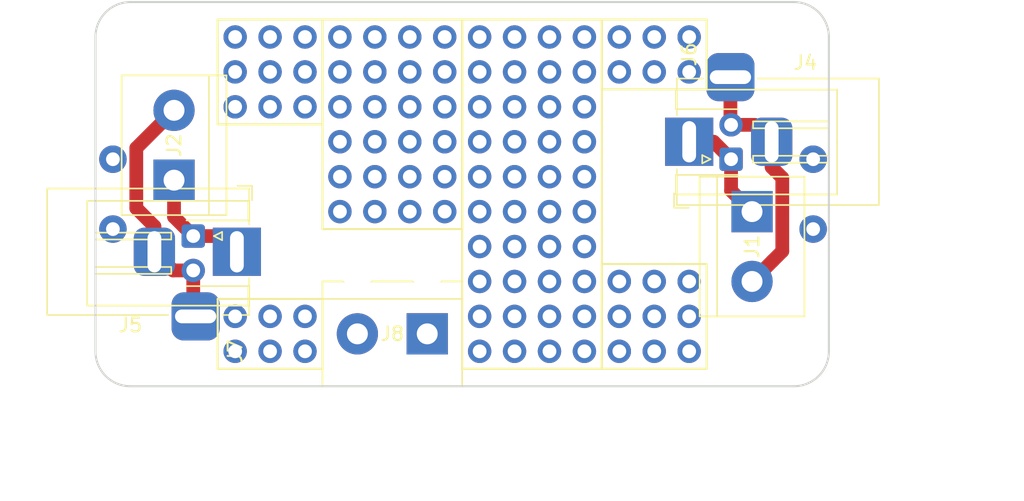
<source format=kicad_pcb>
(kicad_pcb (version 20171130) (host pcbnew 5.0.1)

  (general
    (thickness 1.6)
    (drawings 10)
    (tracks 29)
    (zones 0)
    (modules 23)
    (nets 7)
  )

  (page A4)
  (layers
    (0 F.Cu signal)
    (31 B.Cu signal)
    (32 B.Adhes user)
    (33 F.Adhes user)
    (34 B.Paste user)
    (35 F.Paste user)
    (36 B.SilkS user)
    (37 F.SilkS user)
    (38 B.Mask user)
    (39 F.Mask user)
    (40 Dwgs.User user)
    (41 Cmts.User user)
    (42 Eco1.User user)
    (43 Eco2.User user)
    (44 Edge.Cuts user)
    (45 Margin user)
    (46 B.CrtYd user)
    (47 F.CrtYd user)
    (48 B.Fab user)
    (49 F.Fab user)
  )

  (setup
    (last_trace_width 1)
    (trace_clearance 0.2)
    (zone_clearance 0.508)
    (zone_45_only no)
    (trace_min 0.2)
    (segment_width 0.2)
    (edge_width 0.15)
    (via_size 0.8)
    (via_drill 0.4)
    (via_min_size 0.4)
    (via_min_drill 0.3)
    (uvia_size 0.3)
    (uvia_drill 0.1)
    (uvias_allowed no)
    (uvia_min_size 0.2)
    (uvia_min_drill 0.1)
    (pcb_text_width 0.3)
    (pcb_text_size 1.5 1.5)
    (mod_edge_width 0.15)
    (mod_text_size 1 1)
    (mod_text_width 0.15)
    (pad_size 1.7 1.7)
    (pad_drill 1)
    (pad_to_mask_clearance 0.051)
    (solder_mask_min_width 0.25)
    (aux_axis_origin 0 0)
    (visible_elements FFFFFF7F)
    (pcbplotparams
      (layerselection 0x010f0_ffffffff)
      (usegerberextensions true)
      (usegerberattributes false)
      (usegerberadvancedattributes false)
      (creategerberjobfile false)
      (excludeedgelayer true)
      (linewidth 0.100000)
      (plotframeref false)
      (viasonmask false)
      (mode 1)
      (useauxorigin false)
      (hpglpennumber 1)
      (hpglpenspeed 20)
      (hpglpendiameter 15.000000)
      (psnegative false)
      (psa4output false)
      (plotreference true)
      (plotvalue true)
      (plotinvisibletext false)
      (padsonsilk false)
      (subtractmaskfromsilk true)
      (outputformat 1)
      (mirror false)
      (drillshape 0)
      (scaleselection 1)
      (outputdirectory ""))
  )

  (net 0 "")
  (net 1 "Net-(J1-Pad1)")
  (net 2 "Net-(J2-Pad1)")
  (net 3 "Net-(J1-Pad2)")
  (net 4 "Net-(J2-Pad2)")
  (net 5 "Net-(J8-Pad1)")
  (net 6 "Net-(J8-Pad2)")

  (net_class Default "これはデフォルトのネット クラスです。"
    (clearance 0.2)
    (trace_width 1)
    (via_dia 0.8)
    (via_drill 0.4)
    (uvia_dia 0.3)
    (uvia_drill 0.1)
    (add_net "Net-(J1-Pad1)")
    (add_net "Net-(J1-Pad2)")
    (add_net "Net-(J2-Pad1)")
    (add_net "Net-(J2-Pad2)")
    (add_net "Net-(J8-Pad1)")
    (add_net "Net-(J8-Pad2)")
  )

  (module lib:Prototype_Area_2.54mm_02x03 (layer F.Cu) (tedit 5C7FBD92) (tstamp 5C7FDD8B)
    (at 179.07 88.9 90)
    (descr "Prototype Area 09x10")
    (tags "Prototype Area 9x10 2.54mm")
    (fp_text reference J1 (at -3.81 -2.54 90) (layer F.SilkS) hide
      (effects (font (size 1 1) (thickness 0.15)))
    )
    (fp_text value 02x03 (at -2.54 7.62 90) (layer F.Fab)
      (effects (font (size 1 1) (thickness 0.15)))
    )
    (fp_line (start -3.81 -1.27) (end 1.27 -1.27) (layer F.SilkS) (width 0.15))
    (fp_line (start 1.27 -1.27) (end 1.27 6.35) (layer F.SilkS) (width 0.15))
    (fp_line (start 1.27 6.35) (end -3.81 6.35) (layer F.SilkS) (width 0.15))
    (fp_line (start -3.81 6.35) (end -3.81 -1.27) (layer F.SilkS) (width 0.15))
    (pad 6 thru_hole oval (at -2.54 5.08 90) (size 1.7 1.7) (drill 1) (layers *.Cu *.Mask))
    (pad 5 thru_hole oval (at 0 5.08 90) (size 1.7 1.7) (drill 1) (layers *.Cu *.Mask))
    (pad 4 thru_hole oval (at -2.54 2.54 90) (size 1.7 1.7) (drill 1) (layers *.Cu *.Mask))
    (pad 3 thru_hole oval (at 0 2.54 90) (size 1.7 1.7) (drill 1) (layers *.Cu *.Mask))
    (pad 2 thru_hole oval (at -2.54 0 90) (size 1.7 1.7) (drill 1) (layers *.Cu *.Mask))
    (pad 1 thru_hole circle (at 0 0 90) (size 1.7 1.7) (drill 1) (layers *.Cu *.Mask))
  )

  (module lib:Prototype_Area_2.54mm_04x06 (layer F.Cu) (tedit 5C7EEEBA) (tstamp 5C7C917E)
    (at 166.37 88.9)
    (descr "Prototype Area 09x10")
    (tags "Prototype Area 9x10 2.54mm")
    (fp_text reference J1 (at -3.81 -2.54) (layer F.SilkS) hide
      (effects (font (size 1 1) (thickness 0.15)))
    )
    (fp_text value 04x07 (at -6.35 17.78) (layer F.Fab)
      (effects (font (size 1 1) (thickness 0.15)))
    )
    (fp_line (start -8.89 13.97) (end -8.89 -1.27) (layer F.SilkS) (width 0.15))
    (fp_line (start 1.27 13.97) (end -8.89 13.97) (layer F.SilkS) (width 0.15))
    (fp_line (start 1.27 -1.27) (end 1.27 13.97) (layer F.SilkS) (width 0.15))
    (fp_line (start -8.89 -1.27) (end 1.27 -1.27) (layer F.SilkS) (width 0.15))
    (pad 1 thru_hole circle (at 0 0) (size 1.7 1.7) (drill 1) (layers *.Cu *.Mask))
    (pad 2 thru_hole oval (at -2.54 0) (size 1.7 1.7) (drill 1) (layers *.Cu *.Mask))
    (pad 7 thru_hole oval (at 0 2.54) (size 1.7 1.7) (drill 1) (layers *.Cu *.Mask))
    (pad 8 thru_hole oval (at -2.54 2.54) (size 1.7 1.7) (drill 1) (layers *.Cu *.Mask))
    (pad 13 thru_hole oval (at 0 5.08) (size 1.7 1.7) (drill 1) (layers *.Cu *.Mask))
    (pad 14 thru_hole oval (at -2.54 5.08) (size 1.7 1.7) (drill 1) (layers *.Cu *.Mask))
    (pad 19 thru_hole oval (at 0 7.62) (size 1.7 1.7) (drill 1) (layers *.Cu *.Mask))
    (pad 20 thru_hole oval (at -2.54 7.62) (size 1.7 1.7) (drill 1) (layers *.Cu *.Mask))
    (pad 25 thru_hole oval (at 0 10.16) (size 1.7 1.7) (drill 1) (layers *.Cu *.Mask))
    (pad 26 thru_hole oval (at -2.54 10.16) (size 1.7 1.7) (drill 1) (layers *.Cu *.Mask))
    (pad 31 thru_hole oval (at 0 12.7) (size 1.7 1.7) (drill 1) (layers *.Cu *.Mask))
    (pad 32 thru_hole oval (at -2.54 12.7) (size 1.7 1.7) (drill 1) (layers *.Cu *.Mask))
    (pad 3 thru_hole oval (at -5.08 0) (size 1.7 1.7) (drill 1) (layers *.Cu *.Mask))
    (pad 4 thru_hole oval (at -7.62 0) (size 1.7 1.7) (drill 1) (layers *.Cu *.Mask))
    (pad 9 thru_hole oval (at -5.08 2.54) (size 1.7 1.7) (drill 1) (layers *.Cu *.Mask))
    (pad 10 thru_hole oval (at -7.62 2.54) (size 1.7 1.7) (drill 1) (layers *.Cu *.Mask))
    (pad 15 thru_hole oval (at -5.08 5.08) (size 1.7 1.7) (drill 1) (layers *.Cu *.Mask))
    (pad 16 thru_hole oval (at -7.62 5.08) (size 1.7 1.7) (drill 1) (layers *.Cu *.Mask))
    (pad 21 thru_hole oval (at -5.08 7.62) (size 1.7 1.7) (drill 1) (layers *.Cu *.Mask))
    (pad 22 thru_hole oval (at -7.62 7.62) (size 1.7 1.7) (drill 1) (layers *.Cu *.Mask))
    (pad 27 thru_hole oval (at -5.08 10.16) (size 1.7 1.7) (drill 1) (layers *.Cu *.Mask))
    (pad 28 thru_hole oval (at -7.62 10.16) (size 1.7 1.7) (drill 1) (layers *.Cu *.Mask))
    (pad 33 thru_hole oval (at -5.08 12.7) (size 1.7 1.7) (drill 1) (layers *.Cu *.Mask))
    (pad 34 thru_hole oval (at -7.62 12.7) (size 1.7 1.7) (drill 1) (layers *.Cu *.Mask))
  )

  (module lib:Prototype_Area_2.54mm_04x10 (layer F.Cu) (tedit 5C7EEE79) (tstamp 5C843F8D)
    (at 176.53 88.9)
    (descr "Prototype Area 09x10")
    (tags "Prototype Area 9x10 2.54mm")
    (fp_text reference J1 (at -3.81 -2.54) (layer F.SilkS) hide
      (effects (font (size 1 1) (thickness 0.15)))
    )
    (fp_text value 04x07 (at -3.81 25.4) (layer F.Fab)
      (effects (font (size 1 1) (thickness 0.15)))
    )
    (fp_line (start -8.89 -1.27) (end 1.27 -1.27) (layer F.SilkS) (width 0.15))
    (fp_line (start 1.27 -1.27) (end 1.27 24.13) (layer F.SilkS) (width 0.15))
    (fp_line (start 1.27 24.13) (end -8.89 24.13) (layer F.SilkS) (width 0.15))
    (fp_line (start -8.89 24.13) (end -8.89 -1.27) (layer F.SilkS) (width 0.15))
    (pad 38 thru_hole oval (at -2.54 22.86) (size 1.7 1.7) (drill 1) (layers *.Cu *.Mask))
    (pad 37 thru_hole oval (at 0 22.86) (size 1.7 1.7) (drill 1) (layers *.Cu *.Mask))
    (pad 33 thru_hole oval (at 0 20.32) (size 1.7 1.7) (drill 1) (layers *.Cu *.Mask))
    (pad 29 thru_hole oval (at 0 17.78) (size 1.7 1.7) (drill 1) (layers *.Cu *.Mask))
    (pad 34 thru_hole oval (at -2.54 20.32) (size 1.7 1.7) (drill 1) (layers *.Cu *.Mask))
    (pad 30 thru_hole oval (at -2.54 17.78) (size 1.7 1.7) (drill 1) (layers *.Cu *.Mask))
    (pad 40 thru_hole oval (at -7.62 22.86) (size 1.7 1.7) (drill 1) (layers *.Cu *.Mask))
    (pad 39 thru_hole oval (at -5.08 22.86) (size 1.7 1.7) (drill 1) (layers *.Cu *.Mask))
    (pad 36 thru_hole oval (at -7.62 20.32) (size 1.7 1.7) (drill 1) (layers *.Cu *.Mask))
    (pad 35 thru_hole oval (at -5.08 20.32) (size 1.7 1.7) (drill 1) (layers *.Cu *.Mask))
    (pad 32 thru_hole oval (at -7.62 17.78) (size 1.7 1.7) (drill 1) (layers *.Cu *.Mask))
    (pad 31 thru_hole oval (at -5.08 17.78) (size 1.7 1.7) (drill 1) (layers *.Cu *.Mask))
    (pad 28 thru_hole oval (at -7.62 15.24) (size 1.7 1.7) (drill 1) (layers *.Cu *.Mask))
    (pad 27 thru_hole oval (at -5.08 15.24) (size 1.7 1.7) (drill 1) (layers *.Cu *.Mask))
    (pad 24 thru_hole oval (at -7.62 12.7) (size 1.7 1.7) (drill 1) (layers *.Cu *.Mask))
    (pad 23 thru_hole oval (at -5.08 12.7) (size 1.7 1.7) (drill 1) (layers *.Cu *.Mask))
    (pad 20 thru_hole oval (at -7.62 10.16) (size 1.7 1.7) (drill 1) (layers *.Cu *.Mask))
    (pad 19 thru_hole oval (at -5.08 10.16) (size 1.7 1.7) (drill 1) (layers *.Cu *.Mask))
    (pad 16 thru_hole oval (at -7.62 7.62) (size 1.7 1.7) (drill 1) (layers *.Cu *.Mask))
    (pad 15 thru_hole oval (at -5.08 7.62) (size 1.7 1.7) (drill 1) (layers *.Cu *.Mask))
    (pad 12 thru_hole oval (at -7.62 5.08) (size 1.7 1.7) (drill 1) (layers *.Cu *.Mask))
    (pad 11 thru_hole oval (at -5.08 5.08) (size 1.7 1.7) (drill 1) (layers *.Cu *.Mask))
    (pad 8 thru_hole oval (at -7.62 2.54) (size 1.7 1.7) (drill 1) (layers *.Cu *.Mask))
    (pad 7 thru_hole oval (at -5.08 2.54) (size 1.7 1.7) (drill 1) (layers *.Cu *.Mask))
    (pad 4 thru_hole oval (at -7.62 0) (size 1.7 1.7) (drill 1) (layers *.Cu *.Mask))
    (pad 3 thru_hole oval (at -5.08 0) (size 1.7 1.7) (drill 1) (layers *.Cu *.Mask))
    (pad 26 thru_hole oval (at -2.54 15.24) (size 1.7 1.7) (drill 1) (layers *.Cu *.Mask))
    (pad 25 thru_hole oval (at 0 15.24) (size 1.7 1.7) (drill 1) (layers *.Cu *.Mask))
    (pad 22 thru_hole oval (at -2.54 12.7) (size 1.7 1.7) (drill 1) (layers *.Cu *.Mask))
    (pad 21 thru_hole oval (at 0 12.7) (size 1.7 1.7) (drill 1) (layers *.Cu *.Mask))
    (pad 18 thru_hole oval (at -2.54 10.16) (size 1.7 1.7) (drill 1) (layers *.Cu *.Mask))
    (pad 17 thru_hole oval (at 0 10.16) (size 1.7 1.7) (drill 1) (layers *.Cu *.Mask))
    (pad 14 thru_hole oval (at -2.54 7.62) (size 1.7 1.7) (drill 1) (layers *.Cu *.Mask))
    (pad 13 thru_hole oval (at 0 7.62) (size 1.7 1.7) (drill 1) (layers *.Cu *.Mask))
    (pad 10 thru_hole oval (at -2.54 5.08) (size 1.7 1.7) (drill 1) (layers *.Cu *.Mask))
    (pad 9 thru_hole oval (at 0 5.08) (size 1.7 1.7) (drill 1) (layers *.Cu *.Mask))
    (pad 6 thru_hole oval (at -2.54 2.54) (size 1.7 1.7) (drill 1) (layers *.Cu *.Mask))
    (pad 5 thru_hole oval (at 0 2.54) (size 1.7 1.7) (drill 1) (layers *.Cu *.Mask))
    (pad 2 thru_hole oval (at -2.54 0) (size 1.7 1.7) (drill 1) (layers *.Cu *.Mask))
    (pad 1 thru_hole circle (at 0 0) (size 1.7 1.7) (drill 1) (layers *.Cu *.Mask))
  )

  (module MountingHole:MountingHole_3.2mm_M3 (layer F.Cu) (tedit 5C7C7E3D) (tstamp 5C7E5FBD)
    (at 160.02 105.41)
    (descr "Mounting Hole 3.2mm, no annular, M3")
    (tags "mounting hole 3.2mm no annular m3")
    (attr virtual)
    (fp_text reference REF** (at 0 -4.2) (layer F.SilkS) hide
      (effects (font (size 1 1) (thickness 0.15)))
    )
    (fp_text value MountingHole_3.2mm_M3 (at 0 4.2) (layer F.Fab)
      (effects (font (size 1 1) (thickness 0.15)))
    )
    (fp_circle (center 0 0) (end 3.45 0) (layer F.CrtYd) (width 0.05))
    (fp_circle (center 0 0) (end 3.2 0) (layer Cmts.User) (width 0.15))
    (fp_text user %R (at 0.3 0) (layer F.Fab)
      (effects (font (size 1 1) (thickness 0.15)))
    )
    (pad 1 np_thru_hole circle (at 0 0) (size 3.2 3.2) (drill 3.2) (layers *.Cu *.Mask))
  )

  (module MountingHole:MountingHole_3.2mm_M3 (layer F.Cu) (tedit 5C7C7E39) (tstamp 5C7E5FB6)
    (at 165.1 105.41)
    (descr "Mounting Hole 3.2mm, no annular, M3")
    (tags "mounting hole 3.2mm no annular m3")
    (attr virtual)
    (fp_text reference REF** (at 0 -4.2) (layer F.SilkS) hide
      (effects (font (size 1 1) (thickness 0.15)))
    )
    (fp_text value MountingHole_3.2mm_M3 (at 0 4.2) (layer F.Fab)
      (effects (font (size 1 1) (thickness 0.15)))
    )
    (fp_text user %R (at 0.3 0) (layer F.Fab)
      (effects (font (size 1 1) (thickness 0.15)))
    )
    (fp_circle (center 0 0) (end 3.2 0) (layer Cmts.User) (width 0.15))
    (fp_circle (center 0 0) (end 3.45 0) (layer F.CrtYd) (width 0.05))
    (pad 1 np_thru_hole circle (at 0 0) (size 3.2 3.2) (drill 3.2) (layers *.Cu *.Mask))
  )

  (module MountingHole:MountingHole_3.2mm_M3 (layer F.Cu) (tedit 5C7C7E3D) (tstamp 5C7C80E1)
    (at 180.467 102.87)
    (descr "Mounting Hole 3.2mm, no annular, M3")
    (tags "mounting hole 3.2mm no annular m3")
    (attr virtual)
    (fp_text reference REF** (at 0 -4.2) (layer F.SilkS) hide
      (effects (font (size 1 1) (thickness 0.15)))
    )
    (fp_text value MountingHole_3.2mm_M3 (at 0 4.2) (layer F.Fab)
      (effects (font (size 1 1) (thickness 0.15)))
    )
    (fp_circle (center 0 0) (end 3.45 0) (layer F.CrtYd) (width 0.05))
    (fp_circle (center 0 0) (end 3.2 0) (layer Cmts.User) (width 0.15))
    (fp_text user %R (at 0.3 0) (layer F.Fab)
      (effects (font (size 1 1) (thickness 0.15)))
    )
    (pad 1 np_thru_hole circle (at 0 0) (size 3.2 3.2) (drill 3.2) (layers *.Cu *.Mask))
  )

  (module MountingHole:MountingHole_3.2mm_M3 (layer F.Cu) (tedit 5C7C7E39) (tstamp 5C7C80DA)
    (at 180.467 97.79)
    (descr "Mounting Hole 3.2mm, no annular, M3")
    (tags "mounting hole 3.2mm no annular m3")
    (attr virtual)
    (fp_text reference REF** (at 0 -4.2) (layer F.SilkS) hide
      (effects (font (size 1 1) (thickness 0.15)))
    )
    (fp_text value MountingHole_3.2mm_M3 (at 0 4.2) (layer F.Fab)
      (effects (font (size 1 1) (thickness 0.15)))
    )
    (fp_text user %R (at 0.3 0) (layer F.Fab)
      (effects (font (size 1 1) (thickness 0.15)))
    )
    (fp_circle (center 0 0) (end 3.2 0) (layer Cmts.User) (width 0.15))
    (fp_circle (center 0 0) (end 3.45 0) (layer F.CrtYd) (width 0.05))
    (pad 1 np_thru_hole circle (at 0 0) (size 3.2 3.2) (drill 3.2) (layers *.Cu *.Mask))
  )

  (module MountingHole:MountingHole_3.2mm_M3 (layer F.Cu) (tedit 5C7C7E3D) (tstamp 5C7CA35A)
    (at 154.94 102.87)
    (descr "Mounting Hole 3.2mm, no annular, M3")
    (tags "mounting hole 3.2mm no annular m3")
    (attr virtual)
    (fp_text reference REF** (at 0 -4.2) (layer F.SilkS) hide
      (effects (font (size 1 1) (thickness 0.15)))
    )
    (fp_text value MountingHole_3.2mm_M3 (at 0 4.2) (layer F.Fab)
      (effects (font (size 1 1) (thickness 0.15)))
    )
    (fp_text user %R (at 0.3 0) (layer F.Fab)
      (effects (font (size 1 1) (thickness 0.15)))
    )
    (fp_circle (center 0 0) (end 3.2 0) (layer Cmts.User) (width 0.15))
    (fp_circle (center 0 0) (end 3.45 0) (layer F.CrtYd) (width 0.05))
    (pad 1 np_thru_hole circle (at 0 0) (size 3.2 3.2) (drill 3.2) (layers *.Cu *.Mask))
  )

  (module MountingHole:MountingHole_2.2mm_M2 (layer F.Cu) (tedit 5C411E1B) (tstamp 5C4120EA)
    (at 191.77 88.9)
    (descr "Mounting Hole 2.2mm, no annular, M2")
    (tags "mounting hole 2.2mm no annular m2")
    (attr virtual)
    (fp_text reference REF** (at 0 -3.2) (layer F.SilkS) hide
      (effects (font (size 1 1) (thickness 0.15)))
    )
    (fp_text value MountingHole_2.2mm_M2 (at 0 3.2) (layer F.Fab)
      (effects (font (size 1 1) (thickness 0.15)))
    )
    (fp_circle (center 0 0) (end 2.45 0) (layer F.CrtYd) (width 0.05))
    (fp_circle (center 0 0) (end 2.2 0) (layer Cmts.User) (width 0.15))
    (fp_text user %R (at 0.3 0) (layer F.Fab)
      (effects (font (size 1 1) (thickness 0.15)))
    )
    (pad 1 np_thru_hole circle (at 0 0) (size 2.2 2.2) (drill 2.2) (layers *.Cu *.Mask))
  )

  (module MountingHole:MountingHole_2.2mm_M2 (layer F.Cu) (tedit 5C411E20) (tstamp 5C4120FD)
    (at 191.897 111.76)
    (descr "Mounting Hole 2.2mm, no annular, M2")
    (tags "mounting hole 2.2mm no annular m2")
    (attr virtual)
    (fp_text reference REF** (at 0 -3.2) (layer F.SilkS) hide
      (effects (font (size 1 1) (thickness 0.15)))
    )
    (fp_text value MountingHole_2.2mm_M2 (at 0 3.2) (layer F.Fab)
      (effects (font (size 1 1) (thickness 0.15)))
    )
    (fp_circle (center 0 0) (end 2.45 0) (layer F.CrtYd) (width 0.05))
    (fp_circle (center 0 0) (end 2.2 0) (layer Cmts.User) (width 0.15))
    (fp_text user %R (at 0.3 0) (layer F.Fab)
      (effects (font (size 1 1) (thickness 0.15)))
    )
    (pad 1 np_thru_hole circle (at 0 0) (size 2.2 2.2) (drill 2.2) (layers *.Cu *.Mask))
  )

  (module MountingHole:MountingHole_2.2mm_M2 (layer F.Cu) (tedit 5C411E2C) (tstamp 5C412114)
    (at 143.51 88.9)
    (descr "Mounting Hole 2.2mm, no annular, M2")
    (tags "mounting hole 2.2mm no annular m2")
    (attr virtual)
    (fp_text reference REF** (at 0 -3.2) (layer F.SilkS) hide
      (effects (font (size 1 1) (thickness 0.15)))
    )
    (fp_text value MountingHole_2.2mm_M2 (at 0 3.2) (layer F.Fab)
      (effects (font (size 1 1) (thickness 0.15)))
    )
    (fp_circle (center 0 0) (end 2.45 0) (layer F.CrtYd) (width 0.05))
    (fp_circle (center 0 0) (end 2.2 0) (layer Cmts.User) (width 0.15))
    (fp_text user %R (at 0.635 -1.27) (layer F.Fab)
      (effects (font (size 1 1) (thickness 0.15)))
    )
    (pad 1 np_thru_hole circle (at 0 0) (size 2.2 2.2) (drill 2.2) (layers *.Cu *.Mask))
  )

  (module MountingHole:MountingHole_2.2mm_M2 (layer F.Cu) (tedit 5C411E32) (tstamp 5C41212F)
    (at 143.51 111.76)
    (descr "Mounting Hole 2.2mm, no annular, M2")
    (tags "mounting hole 2.2mm no annular m2")
    (attr virtual)
    (fp_text reference REF** (at 0 -3.2) (layer F.SilkS) hide
      (effects (font (size 1 1) (thickness 0.15)))
    )
    (fp_text value MountingHole_2.2mm_M2 (at 0 3.2) (layer F.Fab)
      (effects (font (size 1 1) (thickness 0.15)))
    )
    (fp_circle (center 0 0) (end 2.45 0) (layer F.CrtYd) (width 0.05))
    (fp_circle (center 0 0) (end 2.2 0) (layer Cmts.User) (width 0.15))
    (fp_text user %R (at 0.3 0) (layer F.Fab)
      (effects (font (size 1 1) (thickness 0.15)))
    )
    (pad 1 np_thru_hole circle (at 0 0) (size 2.2 2.2) (drill 2.2) (layers *.Cu *.Mask))
  )

  (module TerminalBlock:TerminalBlock_bornier-2_P5.08mm (layer F.Cu) (tedit 59FF03AB) (tstamp 5C41E9C4)
    (at 188.722 101.6 270)
    (descr "simple 2-pin terminal block, pitch 5.08mm, revamped version of bornier2")
    (tags "terminal block bornier2")
    (path /5C4124B5)
    (fp_text reference J1 (at 2.54 0 270) (layer F.SilkS)
      (effects (font (size 1 1) (thickness 0.15)))
    )
    (fp_text value Conn_01x02 (at 2.54 5.08 270) (layer F.Fab)
      (effects (font (size 1 1) (thickness 0.15)))
    )
    (fp_text user %R (at 2.54 0 270) (layer F.Fab)
      (effects (font (size 1 1) (thickness 0.15)))
    )
    (fp_line (start -2.41 2.55) (end 7.49 2.55) (layer F.Fab) (width 0.1))
    (fp_line (start -2.46 -3.75) (end -2.46 3.75) (layer F.Fab) (width 0.1))
    (fp_line (start -2.46 3.75) (end 7.54 3.75) (layer F.Fab) (width 0.1))
    (fp_line (start 7.54 3.75) (end 7.54 -3.75) (layer F.Fab) (width 0.1))
    (fp_line (start 7.54 -3.75) (end -2.46 -3.75) (layer F.Fab) (width 0.1))
    (fp_line (start 7.62 2.54) (end -2.54 2.54) (layer F.SilkS) (width 0.12))
    (fp_line (start 7.62 3.81) (end 7.62 -3.81) (layer F.SilkS) (width 0.12))
    (fp_line (start 7.62 -3.81) (end -2.54 -3.81) (layer F.SilkS) (width 0.12))
    (fp_line (start -2.54 -3.81) (end -2.54 3.81) (layer F.SilkS) (width 0.12))
    (fp_line (start -2.54 3.81) (end 7.62 3.81) (layer F.SilkS) (width 0.12))
    (fp_line (start -2.71 -4) (end 7.79 -4) (layer F.CrtYd) (width 0.05))
    (fp_line (start -2.71 -4) (end -2.71 4) (layer F.CrtYd) (width 0.05))
    (fp_line (start 7.79 4) (end 7.79 -4) (layer F.CrtYd) (width 0.05))
    (fp_line (start 7.79 4) (end -2.71 4) (layer F.CrtYd) (width 0.05))
    (pad 1 thru_hole rect (at 0 0 270) (size 3 3) (drill 1.52) (layers *.Cu *.Mask)
      (net 1 "Net-(J1-Pad1)"))
    (pad 2 thru_hole circle (at 5.08 0 270) (size 3 3) (drill 1.52) (layers *.Cu *.Mask)
      (net 3 "Net-(J1-Pad2)"))
    (model ${KISYS3DMOD}/TerminalBlock.3dshapes/TerminalBlock_bornier-2_P5.08mm.wrl
      (offset (xyz 2.539999961853027 0 0))
      (scale (xyz 1 1 1))
      (rotate (xyz 0 0 0))
    )
  )

  (module TerminalBlock:TerminalBlock_bornier-2_P5.08mm (layer F.Cu) (tedit 59FF03AB) (tstamp 5C41E9D9)
    (at 146.685 99.314 90)
    (descr "simple 2-pin terminal block, pitch 5.08mm, revamped version of bornier2")
    (tags "terminal block bornier2")
    (path /5C4124D6)
    (fp_text reference J2 (at 2.54 0 90) (layer F.SilkS)
      (effects (font (size 1 1) (thickness 0.15)))
    )
    (fp_text value Conn_01x02 (at 2.54 5.08 90) (layer F.Fab)
      (effects (font (size 1 1) (thickness 0.15)))
    )
    (fp_line (start 7.79 4) (end -2.71 4) (layer F.CrtYd) (width 0.05))
    (fp_line (start 7.79 4) (end 7.79 -4) (layer F.CrtYd) (width 0.05))
    (fp_line (start -2.71 -4) (end -2.71 4) (layer F.CrtYd) (width 0.05))
    (fp_line (start -2.71 -4) (end 7.79 -4) (layer F.CrtYd) (width 0.05))
    (fp_line (start -2.54 3.81) (end 7.62 3.81) (layer F.SilkS) (width 0.12))
    (fp_line (start -2.54 -3.81) (end -2.54 3.81) (layer F.SilkS) (width 0.12))
    (fp_line (start 7.62 -3.81) (end -2.54 -3.81) (layer F.SilkS) (width 0.12))
    (fp_line (start 7.62 3.81) (end 7.62 -3.81) (layer F.SilkS) (width 0.12))
    (fp_line (start 7.62 2.54) (end -2.54 2.54) (layer F.SilkS) (width 0.12))
    (fp_line (start 7.54 -3.75) (end -2.46 -3.75) (layer F.Fab) (width 0.1))
    (fp_line (start 7.54 3.75) (end 7.54 -3.75) (layer F.Fab) (width 0.1))
    (fp_line (start -2.46 3.75) (end 7.54 3.75) (layer F.Fab) (width 0.1))
    (fp_line (start -2.46 -3.75) (end -2.46 3.75) (layer F.Fab) (width 0.1))
    (fp_line (start -2.41 2.55) (end 7.49 2.55) (layer F.Fab) (width 0.1))
    (fp_text user %R (at 2.54 0 90) (layer F.Fab)
      (effects (font (size 1 1) (thickness 0.15)))
    )
    (pad 2 thru_hole circle (at 5.08 0 90) (size 3 3) (drill 1.52) (layers *.Cu *.Mask)
      (net 4 "Net-(J2-Pad2)"))
    (pad 1 thru_hole rect (at 0 0 90) (size 3 3) (drill 1.52) (layers *.Cu *.Mask)
      (net 2 "Net-(J2-Pad1)"))
    (model ${KISYS3DMOD}/TerminalBlock.3dshapes/TerminalBlock_bornier-2_P5.08mm.wrl
      (offset (xyz 2.539999961853027 0 0))
      (scale (xyz 1 1 1))
      (rotate (xyz 0 0 0))
    )
  )

  (module Connector_BarrelJack:BarrelJack_Horizontal (layer F.Cu) (tedit 5A1DBF6A) (tstamp 5C7E53BF)
    (at 184.15 96.52 180)
    (descr "DC Barrel Jack")
    (tags "Power Jack")
    (path /5C7C72F0)
    (fp_text reference J4 (at -8.45 5.75 180) (layer F.SilkS)
      (effects (font (size 1 1) (thickness 0.15)))
    )
    (fp_text value Barrel_Jack_Switch (at -6.2 -5.5 180) (layer F.Fab)
      (effects (font (size 1 1) (thickness 0.15)))
    )
    (fp_text user %R (at -3 -2.95 180) (layer F.Fab)
      (effects (font (size 1 1) (thickness 0.15)))
    )
    (fp_line (start -0.003213 -4.505425) (end 0.8 -3.75) (layer F.Fab) (width 0.1))
    (fp_line (start 1.1 -3.75) (end 1.1 -4.8) (layer F.SilkS) (width 0.12))
    (fp_line (start 0.05 -4.8) (end 1.1 -4.8) (layer F.SilkS) (width 0.12))
    (fp_line (start 1 -4.5) (end 1 -4.75) (layer F.CrtYd) (width 0.05))
    (fp_line (start 1 -4.75) (end -14 -4.75) (layer F.CrtYd) (width 0.05))
    (fp_line (start 1 -4.5) (end 1 -2) (layer F.CrtYd) (width 0.05))
    (fp_line (start 1 -2) (end 2 -2) (layer F.CrtYd) (width 0.05))
    (fp_line (start 2 -2) (end 2 2) (layer F.CrtYd) (width 0.05))
    (fp_line (start 2 2) (end 1 2) (layer F.CrtYd) (width 0.05))
    (fp_line (start 1 2) (end 1 4.75) (layer F.CrtYd) (width 0.05))
    (fp_line (start 1 4.75) (end -1 4.75) (layer F.CrtYd) (width 0.05))
    (fp_line (start -1 4.75) (end -1 6.75) (layer F.CrtYd) (width 0.05))
    (fp_line (start -1 6.75) (end -5 6.75) (layer F.CrtYd) (width 0.05))
    (fp_line (start -5 6.75) (end -5 4.75) (layer F.CrtYd) (width 0.05))
    (fp_line (start -5 4.75) (end -14 4.75) (layer F.CrtYd) (width 0.05))
    (fp_line (start -14 4.75) (end -14 -4.75) (layer F.CrtYd) (width 0.05))
    (fp_line (start -5 4.6) (end -13.8 4.6) (layer F.SilkS) (width 0.12))
    (fp_line (start -13.8 4.6) (end -13.8 -4.6) (layer F.SilkS) (width 0.12))
    (fp_line (start 0.9 1.9) (end 0.9 4.6) (layer F.SilkS) (width 0.12))
    (fp_line (start 0.9 4.6) (end -1 4.6) (layer F.SilkS) (width 0.12))
    (fp_line (start -13.8 -4.6) (end 0.9 -4.6) (layer F.SilkS) (width 0.12))
    (fp_line (start 0.9 -4.6) (end 0.9 -2) (layer F.SilkS) (width 0.12))
    (fp_line (start -10.2 -4.5) (end -10.2 4.5) (layer F.Fab) (width 0.1))
    (fp_line (start -13.7 -4.5) (end -13.7 4.5) (layer F.Fab) (width 0.1))
    (fp_line (start -13.7 4.5) (end 0.8 4.5) (layer F.Fab) (width 0.1))
    (fp_line (start 0.8 4.5) (end 0.8 -3.75) (layer F.Fab) (width 0.1))
    (fp_line (start 0 -4.5) (end -13.7 -4.5) (layer F.Fab) (width 0.1))
    (pad 1 thru_hole rect (at 0 0 180) (size 3.5 3.5) (drill oval 1 3) (layers *.Cu *.Mask)
      (net 1 "Net-(J1-Pad1)"))
    (pad 2 thru_hole roundrect (at -6 0 180) (size 3 3.5) (drill oval 1 3) (layers *.Cu *.Mask) (roundrect_rratio 0.25)
      (net 3 "Net-(J1-Pad2)"))
    (pad 3 thru_hole roundrect (at -3 4.7 180) (size 3.5 3.5) (drill oval 3 1) (layers *.Cu *.Mask) (roundrect_rratio 0.25)
      (net 3 "Net-(J1-Pad2)"))
    (model ${KISYS3DMOD}/Connector_BarrelJack.3dshapes/BarrelJack_Horizontal.wrl
      (at (xyz 0 0 0))
      (scale (xyz 1 1 1))
      (rotate (xyz 0 0 0))
    )
  )

  (module Connector_BarrelJack:BarrelJack_Horizontal (layer F.Cu) (tedit 5A1DBF6A) (tstamp 5C7E53E2)
    (at 151.257 104.521)
    (descr "DC Barrel Jack")
    (tags "Power Jack")
    (path /5C7C7334)
    (fp_text reference J5 (at -7.747 5.334) (layer F.SilkS)
      (effects (font (size 1 1) (thickness 0.15)))
    )
    (fp_text value Barrel_Jack_Switch (at -6.2 -5.5) (layer F.Fab)
      (effects (font (size 1 1) (thickness 0.15)))
    )
    (fp_line (start 0 -4.5) (end -13.7 -4.5) (layer F.Fab) (width 0.1))
    (fp_line (start 0.8 4.5) (end 0.8 -3.75) (layer F.Fab) (width 0.1))
    (fp_line (start -13.7 4.5) (end 0.8 4.5) (layer F.Fab) (width 0.1))
    (fp_line (start -13.7 -4.5) (end -13.7 4.5) (layer F.Fab) (width 0.1))
    (fp_line (start -10.2 -4.5) (end -10.2 4.5) (layer F.Fab) (width 0.1))
    (fp_line (start 0.9 -4.6) (end 0.9 -2) (layer F.SilkS) (width 0.12))
    (fp_line (start -13.8 -4.6) (end 0.9 -4.6) (layer F.SilkS) (width 0.12))
    (fp_line (start 0.9 4.6) (end -1 4.6) (layer F.SilkS) (width 0.12))
    (fp_line (start 0.9 1.9) (end 0.9 4.6) (layer F.SilkS) (width 0.12))
    (fp_line (start -13.8 4.6) (end -13.8 -4.6) (layer F.SilkS) (width 0.12))
    (fp_line (start -5 4.6) (end -13.8 4.6) (layer F.SilkS) (width 0.12))
    (fp_line (start -14 4.75) (end -14 -4.75) (layer F.CrtYd) (width 0.05))
    (fp_line (start -5 4.75) (end -14 4.75) (layer F.CrtYd) (width 0.05))
    (fp_line (start -5 6.75) (end -5 4.75) (layer F.CrtYd) (width 0.05))
    (fp_line (start -1 6.75) (end -5 6.75) (layer F.CrtYd) (width 0.05))
    (fp_line (start -1 4.75) (end -1 6.75) (layer F.CrtYd) (width 0.05))
    (fp_line (start 1 4.75) (end -1 4.75) (layer F.CrtYd) (width 0.05))
    (fp_line (start 1 2) (end 1 4.75) (layer F.CrtYd) (width 0.05))
    (fp_line (start 2 2) (end 1 2) (layer F.CrtYd) (width 0.05))
    (fp_line (start 2 -2) (end 2 2) (layer F.CrtYd) (width 0.05))
    (fp_line (start 1 -2) (end 2 -2) (layer F.CrtYd) (width 0.05))
    (fp_line (start 1 -4.5) (end 1 -2) (layer F.CrtYd) (width 0.05))
    (fp_line (start 1 -4.75) (end -14 -4.75) (layer F.CrtYd) (width 0.05))
    (fp_line (start 1 -4.5) (end 1 -4.75) (layer F.CrtYd) (width 0.05))
    (fp_line (start 0.05 -4.8) (end 1.1 -4.8) (layer F.SilkS) (width 0.12))
    (fp_line (start 1.1 -3.75) (end 1.1 -4.8) (layer F.SilkS) (width 0.12))
    (fp_line (start -0.003213 -4.505425) (end 0.8 -3.75) (layer F.Fab) (width 0.1))
    (fp_text user %R (at -3 -2.95) (layer F.Fab)
      (effects (font (size 1 1) (thickness 0.15)))
    )
    (pad 3 thru_hole roundrect (at -3 4.7) (size 3.5 3.5) (drill oval 3 1) (layers *.Cu *.Mask) (roundrect_rratio 0.25)
      (net 4 "Net-(J2-Pad2)"))
    (pad 2 thru_hole roundrect (at -6 0) (size 3 3.5) (drill oval 1 3) (layers *.Cu *.Mask) (roundrect_rratio 0.25)
      (net 4 "Net-(J2-Pad2)"))
    (pad 1 thru_hole rect (at 0 0) (size 3.5 3.5) (drill oval 1 3) (layers *.Cu *.Mask)
      (net 2 "Net-(J2-Pad1)"))
    (model ${KISYS3DMOD}/Connector_BarrelJack.3dshapes/BarrelJack_Horizontal.wrl
      (at (xyz 0 0 0))
      (scale (xyz 1 1 1))
      (rotate (xyz 0 0 0))
    )
  )

  (module Connector_JST:JST_XH_S02B-XH-A-1_1x02_P2.50mm_Horizontal (layer F.Cu) (tedit 5C7C76DB) (tstamp 5C7E540C)
    (at 187.198 97.79 90)
    (descr "JST XH series connector, S02B-XH-A-1 (http://www.jst-mfg.com/product/pdf/eng/eXH.pdf), generated with kicad-footprint-generator")
    (tags "connector JST XH top entry")
    (path /5C7C73F5)
    (fp_text reference J6 (at 7.62 -3.048 90) (layer F.SilkS)
      (effects (font (size 1 1) (thickness 0.15)))
    )
    (fp_text value Conn_01x02 (at 1.25 8.8 90) (layer F.Fab)
      (effects (font (size 1 1) (thickness 0.15)))
    )
    (fp_line (start -2.95 -4.4) (end -2.95 8.1) (layer F.CrtYd) (width 0.05))
    (fp_line (start -2.95 8.1) (end 5.45 8.1) (layer F.CrtYd) (width 0.05))
    (fp_line (start 5.45 8.1) (end 5.45 -4.4) (layer F.CrtYd) (width 0.05))
    (fp_line (start 5.45 -4.4) (end -2.95 -4.4) (layer F.CrtYd) (width 0.05))
    (fp_line (start 1.25 7.71) (end -2.56 7.71) (layer F.SilkS) (width 0.12))
    (fp_line (start -2.56 7.71) (end -2.56 -4.01) (layer F.SilkS) (width 0.12))
    (fp_line (start -2.56 -4.01) (end -1.14 -4.01) (layer F.SilkS) (width 0.12))
    (fp_line (start -1.14 -4.01) (end -1.14 0.49) (layer F.SilkS) (width 0.12))
    (fp_line (start 1.25 7.71) (end 5.06 7.71) (layer F.SilkS) (width 0.12))
    (fp_line (start 5.06 7.71) (end 5.06 -4.01) (layer F.SilkS) (width 0.12))
    (fp_line (start 5.06 -4.01) (end 3.64 -4.01) (layer F.SilkS) (width 0.12))
    (fp_line (start 3.64 -4.01) (end 3.64 0.49) (layer F.SilkS) (width 0.12))
    (fp_line (start 1.25 7.6) (end -2.45 7.6) (layer F.Fab) (width 0.1))
    (fp_line (start -2.45 7.6) (end -2.45 -3.9) (layer F.Fab) (width 0.1))
    (fp_line (start -2.45 -3.9) (end -1.25 -3.9) (layer F.Fab) (width 0.1))
    (fp_line (start -1.25 -3.9) (end -1.25 0.6) (layer F.Fab) (width 0.1))
    (fp_line (start -1.25 0.6) (end 1.25 0.6) (layer F.Fab) (width 0.1))
    (fp_line (start 1.25 7.6) (end 4.95 7.6) (layer F.Fab) (width 0.1))
    (fp_line (start 4.95 7.6) (end 4.95 -3.9) (layer F.Fab) (width 0.1))
    (fp_line (start 4.95 -3.9) (end 3.75 -3.9) (layer F.Fab) (width 0.1))
    (fp_line (start 3.75 -3.9) (end 3.75 0.6) (layer F.Fab) (width 0.1))
    (fp_line (start 3.75 0.6) (end 1.25 0.6) (layer F.Fab) (width 0.1))
    (fp_line (start -0.25 1.6) (end -0.25 7.1) (layer F.SilkS) (width 0.12))
    (fp_line (start -0.25 7.1) (end 0.25 7.1) (layer F.SilkS) (width 0.12))
    (fp_line (start 0.25 7.1) (end 0.25 1.6) (layer F.SilkS) (width 0.12))
    (fp_line (start 0.25 1.6) (end -0.25 1.6) (layer F.SilkS) (width 0.12))
    (fp_line (start 2.25 1.6) (end 2.25 7.1) (layer F.SilkS) (width 0.12))
    (fp_line (start 2.25 7.1) (end 2.75 7.1) (layer F.SilkS) (width 0.12))
    (fp_line (start 2.75 7.1) (end 2.75 1.6) (layer F.SilkS) (width 0.12))
    (fp_line (start 2.75 1.6) (end 2.25 1.6) (layer F.SilkS) (width 0.12))
    (fp_line (start 0 -1.5) (end -0.3 -2.1) (layer F.SilkS) (width 0.12))
    (fp_line (start -0.3 -2.1) (end 0.3 -2.1) (layer F.SilkS) (width 0.12))
    (fp_line (start 0.3 -2.1) (end 0 -1.5) (layer F.SilkS) (width 0.12))
    (fp_line (start -0.625 0.6) (end 0 -0.4) (layer F.Fab) (width 0.1))
    (fp_line (start 0 -0.4) (end 0.625 0.6) (layer F.Fab) (width 0.1))
    (fp_text user %R (at 1.25 1.85 90) (layer F.Fab)
      (effects (font (size 1 1) (thickness 0.15)))
    )
    (pad 1 thru_hole roundrect (at 0 0 90) (size 1.7 1.7) (drill 1) (layers *.Cu *.Mask) (roundrect_rratio 0.147)
      (net 1 "Net-(J1-Pad1)"))
    (pad 2 thru_hole circle (at 2.5 0 90) (size 1.7 1.7) (drill 1) (layers *.Cu *.Mask)
      (net 3 "Net-(J1-Pad2)"))
    (model ${KISYS3DMOD}/Connector_JST.3dshapes/JST_XH_S02B-XH-A-1_1x02_P2.50mm_Horizontal.wrl
      (at (xyz 0 0 0))
      (scale (xyz 1 1 1))
      (rotate (xyz 0 0 0))
    )
  )

  (module Connector_JST:JST_XH_S02B-XH-A-1_1x02_P2.50mm_Horizontal (layer F.Cu) (tedit 5C7C76CB) (tstamp 5C7E5436)
    (at 148.082 103.378 270)
    (descr "JST XH series connector, S02B-XH-A-1 (http://www.jst-mfg.com/product/pdf/eng/eXH.pdf), generated with kicad-footprint-generator")
    (tags "connector JST XH top entry")
    (path /5C7C73FB)
    (fp_text reference J7 (at 8.382 -3.048 270) (layer F.SilkS)
      (effects (font (size 1 1) (thickness 0.15)))
    )
    (fp_text value Conn_01x02 (at 1.25 8.8 270) (layer F.Fab)
      (effects (font (size 1 1) (thickness 0.15)))
    )
    (fp_text user %R (at 1.25 1.85 270) (layer F.Fab)
      (effects (font (size 1 1) (thickness 0.15)))
    )
    (fp_line (start 0 -0.4) (end 0.625 0.6) (layer F.Fab) (width 0.1))
    (fp_line (start -0.625 0.6) (end 0 -0.4) (layer F.Fab) (width 0.1))
    (fp_line (start 0.3 -2.1) (end 0 -1.5) (layer F.SilkS) (width 0.12))
    (fp_line (start -0.3 -2.1) (end 0.3 -2.1) (layer F.SilkS) (width 0.12))
    (fp_line (start 0 -1.5) (end -0.3 -2.1) (layer F.SilkS) (width 0.12))
    (fp_line (start 2.75 1.6) (end 2.25 1.6) (layer F.SilkS) (width 0.12))
    (fp_line (start 2.75 7.1) (end 2.75 1.6) (layer F.SilkS) (width 0.12))
    (fp_line (start 2.25 7.1) (end 2.75 7.1) (layer F.SilkS) (width 0.12))
    (fp_line (start 2.25 1.6) (end 2.25 7.1) (layer F.SilkS) (width 0.12))
    (fp_line (start 0.25 1.6) (end -0.25 1.6) (layer F.SilkS) (width 0.12))
    (fp_line (start 0.25 7.1) (end 0.25 1.6) (layer F.SilkS) (width 0.12))
    (fp_line (start -0.25 7.1) (end 0.25 7.1) (layer F.SilkS) (width 0.12))
    (fp_line (start -0.25 1.6) (end -0.25 7.1) (layer F.SilkS) (width 0.12))
    (fp_line (start 3.75 0.6) (end 1.25 0.6) (layer F.Fab) (width 0.1))
    (fp_line (start 3.75 -3.9) (end 3.75 0.6) (layer F.Fab) (width 0.1))
    (fp_line (start 4.95 -3.9) (end 3.75 -3.9) (layer F.Fab) (width 0.1))
    (fp_line (start 4.95 7.6) (end 4.95 -3.9) (layer F.Fab) (width 0.1))
    (fp_line (start 1.25 7.6) (end 4.95 7.6) (layer F.Fab) (width 0.1))
    (fp_line (start -1.25 0.6) (end 1.25 0.6) (layer F.Fab) (width 0.1))
    (fp_line (start -1.25 -3.9) (end -1.25 0.6) (layer F.Fab) (width 0.1))
    (fp_line (start -2.45 -3.9) (end -1.25 -3.9) (layer F.Fab) (width 0.1))
    (fp_line (start -2.45 7.6) (end -2.45 -3.9) (layer F.Fab) (width 0.1))
    (fp_line (start 1.25 7.6) (end -2.45 7.6) (layer F.Fab) (width 0.1))
    (fp_line (start 3.64 -4.01) (end 3.64 0.49) (layer F.SilkS) (width 0.12))
    (fp_line (start 5.06 -4.01) (end 3.64 -4.01) (layer F.SilkS) (width 0.12))
    (fp_line (start 5.06 7.71) (end 5.06 -4.01) (layer F.SilkS) (width 0.12))
    (fp_line (start 1.25 7.71) (end 5.06 7.71) (layer F.SilkS) (width 0.12))
    (fp_line (start -1.14 -4.01) (end -1.14 0.49) (layer F.SilkS) (width 0.12))
    (fp_line (start -2.56 -4.01) (end -1.14 -4.01) (layer F.SilkS) (width 0.12))
    (fp_line (start -2.56 7.71) (end -2.56 -4.01) (layer F.SilkS) (width 0.12))
    (fp_line (start 1.25 7.71) (end -2.56 7.71) (layer F.SilkS) (width 0.12))
    (fp_line (start 5.45 -4.4) (end -2.95 -4.4) (layer F.CrtYd) (width 0.05))
    (fp_line (start 5.45 8.1) (end 5.45 -4.4) (layer F.CrtYd) (width 0.05))
    (fp_line (start -2.95 8.1) (end 5.45 8.1) (layer F.CrtYd) (width 0.05))
    (fp_line (start -2.95 -4.4) (end -2.95 8.1) (layer F.CrtYd) (width 0.05))
    (pad 2 thru_hole circle (at 2.5 0 270) (size 1.7 1.7) (drill 1) (layers *.Cu *.Mask)
      (net 4 "Net-(J2-Pad2)"))
    (pad 1 thru_hole roundrect (at 0 0 270) (size 1.7 1.7) (drill 1) (layers *.Cu *.Mask) (roundrect_rratio 0.147)
      (net 2 "Net-(J2-Pad1)"))
    (model ${KISYS3DMOD}/Connector_JST.3dshapes/JST_XH_S02B-XH-A-1_1x02_P2.50mm_Horizontal.wrl
      (at (xyz 0 0 0))
      (scale (xyz 1 1 1))
      (rotate (xyz 0 0 0))
    )
  )

  (module MountingHole:MountingHole_3.2mm_M3 (layer F.Cu) (tedit 5C7C7E39) (tstamp 5C7CA2AD)
    (at 154.94 97.79)
    (descr "Mounting Hole 3.2mm, no annular, M3")
    (tags "mounting hole 3.2mm no annular m3")
    (attr virtual)
    (fp_text reference REF** (at 0 -4.2) (layer F.SilkS) hide
      (effects (font (size 1 1) (thickness 0.15)))
    )
    (fp_text value MountingHole_3.2mm_M3 (at 0 4.2) (layer F.Fab)
      (effects (font (size 1 1) (thickness 0.15)))
    )
    (fp_circle (center 0 0) (end 3.45 0) (layer F.CrtYd) (width 0.05))
    (fp_circle (center 0 0) (end 3.2 0) (layer Cmts.User) (width 0.15))
    (fp_text user %R (at 0.3 0) (layer F.Fab)
      (effects (font (size 1 1) (thickness 0.15)))
    )
    (pad 1 np_thru_hole circle (at 0 0) (size 3.2 3.2) (drill 3.2) (layers *.Cu *.Mask))
  )

  (module TerminalBlock:TerminalBlock_bornier-2_P5.08mm (layer F.Cu) (tedit 59FF03AB) (tstamp 5C7E5B2A)
    (at 165.1 110.49 180)
    (descr "simple 2-pin terminal block, pitch 5.08mm, revamped version of bornier2")
    (tags "terminal block bornier2")
    (path /5C7C851F)
    (fp_text reference J8 (at 2.54 0 180) (layer F.SilkS)
      (effects (font (size 1 1) (thickness 0.15)))
    )
    (fp_text value Conn_01x02 (at 2.54 5.08 180) (layer F.Fab)
      (effects (font (size 1 1) (thickness 0.15)))
    )
    (fp_text user %R (at 2.54 0 180) (layer F.Fab)
      (effects (font (size 1 1) (thickness 0.15)))
    )
    (fp_line (start -2.41 2.55) (end 7.49 2.55) (layer F.Fab) (width 0.1))
    (fp_line (start -2.46 -3.75) (end -2.46 3.75) (layer F.Fab) (width 0.1))
    (fp_line (start -2.46 3.75) (end 7.54 3.75) (layer F.Fab) (width 0.1))
    (fp_line (start 7.54 3.75) (end 7.54 -3.75) (layer F.Fab) (width 0.1))
    (fp_line (start 7.54 -3.75) (end -2.46 -3.75) (layer F.Fab) (width 0.1))
    (fp_line (start 7.62 2.54) (end -2.54 2.54) (layer F.SilkS) (width 0.12))
    (fp_line (start 7.62 3.81) (end 7.62 -3.81) (layer F.SilkS) (width 0.12))
    (fp_line (start 7.62 -3.81) (end -2.54 -3.81) (layer F.SilkS) (width 0.12))
    (fp_line (start -2.54 -3.81) (end -2.54 3.81) (layer F.SilkS) (width 0.12))
    (fp_line (start -2.54 3.81) (end 7.62 3.81) (layer F.SilkS) (width 0.12))
    (fp_line (start -2.71 -4) (end 7.79 -4) (layer F.CrtYd) (width 0.05))
    (fp_line (start -2.71 -4) (end -2.71 4) (layer F.CrtYd) (width 0.05))
    (fp_line (start 7.79 4) (end 7.79 -4) (layer F.CrtYd) (width 0.05))
    (fp_line (start 7.79 4) (end -2.71 4) (layer F.CrtYd) (width 0.05))
    (pad 1 thru_hole rect (at 0 0 180) (size 3 3) (drill 1.52) (layers *.Cu *.Mask)
      (net 5 "Net-(J8-Pad1)"))
    (pad 2 thru_hole circle (at 5.08 0 180) (size 3 3) (drill 1.52) (layers *.Cu *.Mask)
      (net 6 "Net-(J8-Pad2)"))
    (model ${KISYS3DMOD}/TerminalBlock.3dshapes/TerminalBlock_bornier-2_P5.08mm.wrl
      (offset (xyz 2.539999961853027 0 0))
      (scale (xyz 1 1 1))
      (rotate (xyz 0 0 0))
    )
  )

  (module lib:Prototype_Area_2.54mm_03x03 (layer F.Cu) (tedit 5C7FBD18) (tstamp 5C7FC73C)
    (at 184.15 106.68)
    (descr "Prototype Area 09x10")
    (tags "Prototype Area 9x10 2.54mm")
    (fp_text reference J1 (at -3.81 -2.54) (layer F.SilkS) hide
      (effects (font (size 1 1) (thickness 0.15)))
    )
    (fp_text value 03x03 (at -2.54 7.62) (layer F.Fab)
      (effects (font (size 1 1) (thickness 0.15)))
    )
    (fp_line (start -6.35 6.35) (end -6.35 -1.27) (layer F.SilkS) (width 0.15))
    (fp_line (start 1.27 6.35) (end -6.35 6.35) (layer F.SilkS) (width 0.15))
    (fp_line (start 1.27 -1.27) (end 1.27 6.35) (layer F.SilkS) (width 0.15))
    (fp_line (start -6.35 -1.27) (end 1.27 -1.27) (layer F.SilkS) (width 0.15))
    (pad 1 thru_hole circle (at 0 0) (size 1.7 1.7) (drill 1) (layers *.Cu *.Mask))
    (pad 2 thru_hole oval (at -2.54 0) (size 1.7 1.7) (drill 1) (layers *.Cu *.Mask))
    (pad 5 thru_hole oval (at 0 2.54) (size 1.7 1.7) (drill 1) (layers *.Cu *.Mask))
    (pad 6 thru_hole oval (at -2.54 2.54) (size 1.7 1.7) (drill 1) (layers *.Cu *.Mask))
    (pad 9 thru_hole oval (at 0 5.08) (size 1.7 1.7) (drill 1) (layers *.Cu *.Mask))
    (pad 10 thru_hole oval (at -2.54 5.08) (size 1.7 1.7) (drill 1) (layers *.Cu *.Mask))
    (pad 3 thru_hole oval (at -5.08 0) (size 1.7 1.7) (drill 1) (layers *.Cu *.Mask))
    (pad 7 thru_hole oval (at -5.08 2.54) (size 1.7 1.7) (drill 1) (layers *.Cu *.Mask))
    (pad 11 thru_hole oval (at -5.08 5.08) (size 1.7 1.7) (drill 1) (layers *.Cu *.Mask))
  )

  (module lib:Prototype_Area_2.54mm_03x03 (layer F.Cu) (tedit 5C7FBD18) (tstamp 5C7FC75D)
    (at 156.21 88.9)
    (descr "Prototype Area 09x10")
    (tags "Prototype Area 9x10 2.54mm")
    (fp_text reference J1 (at -3.81 -2.54) (layer F.SilkS) hide
      (effects (font (size 1 1) (thickness 0.15)))
    )
    (fp_text value 03x03 (at -2.54 7.62) (layer F.Fab)
      (effects (font (size 1 1) (thickness 0.15)))
    )
    (fp_line (start -6.35 6.35) (end -6.35 -1.27) (layer F.SilkS) (width 0.15))
    (fp_line (start 1.27 6.35) (end -6.35 6.35) (layer F.SilkS) (width 0.15))
    (fp_line (start 1.27 -1.27) (end 1.27 6.35) (layer F.SilkS) (width 0.15))
    (fp_line (start -6.35 -1.27) (end 1.27 -1.27) (layer F.SilkS) (width 0.15))
    (pad 1 thru_hole circle (at 0 0) (size 1.7 1.7) (drill 1) (layers *.Cu *.Mask))
    (pad 2 thru_hole oval (at -2.54 0) (size 1.7 1.7) (drill 1) (layers *.Cu *.Mask))
    (pad 5 thru_hole oval (at 0 2.54) (size 1.7 1.7) (drill 1) (layers *.Cu *.Mask))
    (pad 6 thru_hole oval (at -2.54 2.54) (size 1.7 1.7) (drill 1) (layers *.Cu *.Mask))
    (pad 9 thru_hole oval (at 0 5.08) (size 1.7 1.7) (drill 1) (layers *.Cu *.Mask))
    (pad 10 thru_hole oval (at -2.54 5.08) (size 1.7 1.7) (drill 1) (layers *.Cu *.Mask))
    (pad 3 thru_hole oval (at -5.08 0) (size 1.7 1.7) (drill 1) (layers *.Cu *.Mask))
    (pad 7 thru_hole oval (at -5.08 2.54) (size 1.7 1.7) (drill 1) (layers *.Cu *.Mask))
    (pad 11 thru_hole oval (at -5.08 5.08) (size 1.7 1.7) (drill 1) (layers *.Cu *.Mask))
  )

  (module lib:Prototype_Area_2.54mm_02x03 (layer F.Cu) (tedit 5C7FBD92) (tstamp 5C7FD6AE)
    (at 151.13 109.22 90)
    (descr "Prototype Area 09x10")
    (tags "Prototype Area 9x10 2.54mm")
    (fp_text reference J1 (at -3.81 -2.54 90) (layer F.SilkS) hide
      (effects (font (size 1 1) (thickness 0.15)))
    )
    (fp_text value 02x03 (at -2.54 7.62 90) (layer F.Fab)
      (effects (font (size 1 1) (thickness 0.15)))
    )
    (fp_line (start -3.81 6.35) (end -3.81 -1.27) (layer F.SilkS) (width 0.15))
    (fp_line (start 1.27 6.35) (end -3.81 6.35) (layer F.SilkS) (width 0.15))
    (fp_line (start 1.27 -1.27) (end 1.27 6.35) (layer F.SilkS) (width 0.15))
    (fp_line (start -3.81 -1.27) (end 1.27 -1.27) (layer F.SilkS) (width 0.15))
    (pad 1 thru_hole circle (at 0 0 90) (size 1.7 1.7) (drill 1) (layers *.Cu *.Mask))
    (pad 2 thru_hole oval (at -2.54 0 90) (size 1.7 1.7) (drill 1) (layers *.Cu *.Mask))
    (pad 3 thru_hole oval (at 0 2.54 90) (size 1.7 1.7) (drill 1) (layers *.Cu *.Mask))
    (pad 4 thru_hole oval (at -2.54 2.54 90) (size 1.7 1.7) (drill 1) (layers *.Cu *.Mask))
    (pad 5 thru_hole oval (at 0 5.08 90) (size 1.7 1.7) (drill 1) (layers *.Cu *.Mask))
    (pad 6 thru_hole oval (at -2.54 5.08 90) (size 1.7 1.7) (drill 1) (layers *.Cu *.Mask))
  )

  (gr_arc (start 143.51 111.76) (end 140.97 111.76) (angle -90) (layer Edge.Cuts) (width 0.15))
  (gr_arc (start 143.51 88.9) (end 143.51 86.36) (angle -90) (layer Edge.Cuts) (width 0.15))
  (gr_arc (start 191.77 111.76) (end 191.77 114.3) (angle -90) (layer Edge.Cuts) (width 0.15))
  (gr_arc (start 191.77 88.9) (end 194.31 88.9) (angle -90) (layer Edge.Cuts) (width 0.15))
  (dimension 27.94 (width 0.3) (layer Cmts.User)
    (gr_text "27.940 mm" (at 206.57 100.33 270) (layer Cmts.User)
      (effects (font (size 1.5 1.5) (thickness 0.3)))
    )
    (feature1 (pts (xy 201.93 114.3) (xy 205.056421 114.3)))
    (feature2 (pts (xy 201.93 86.36) (xy 205.056421 86.36)))
    (crossbar (pts (xy 204.47 86.36) (xy 204.47 114.3)))
    (arrow1a (pts (xy 204.47 114.3) (xy 203.883579 113.173496)))
    (arrow1b (pts (xy 204.47 114.3) (xy 205.056421 113.173496)))
    (arrow2a (pts (xy 204.47 86.36) (xy 203.883579 87.486504)))
    (arrow2b (pts (xy 204.47 86.36) (xy 205.056421 87.486504)))
  )
  (dimension 53.34 (width 0.3) (layer Cmts.User)
    (gr_text "53.340 mm" (at 167.64 124.02) (layer Cmts.User)
      (effects (font (size 1.5 1.5) (thickness 0.3)))
    )
    (feature1 (pts (xy 194.31 119.38) (xy 194.31 122.506421)))
    (feature2 (pts (xy 140.97 119.38) (xy 140.97 122.506421)))
    (crossbar (pts (xy 140.97 121.92) (xy 194.31 121.92)))
    (arrow1a (pts (xy 194.31 121.92) (xy 193.183496 122.506421)))
    (arrow1b (pts (xy 194.31 121.92) (xy 193.183496 121.333579)))
    (arrow2a (pts (xy 140.97 121.92) (xy 142.096504 122.506421)))
    (arrow2b (pts (xy 140.97 121.92) (xy 142.096504 121.333579)))
  )
  (gr_line (start 140.97 111.76) (end 140.97 88.9) (layer Edge.Cuts) (width 0.15))
  (gr_line (start 191.77 114.3) (end 143.51 114.3) (layer Edge.Cuts) (width 0.15))
  (gr_line (start 194.31 88.9) (end 194.31 111.76) (layer Edge.Cuts) (width 0.15))
  (gr_line (start 143.51 86.36) (end 191.77 86.36) (layer Edge.Cuts) (width 0.15))

  (via (at 193.167 97.79) (size 2) (drill 1) (layers F.Cu B.Cu) (net 0))
  (via (at 193.167 102.87) (size 2) (drill 1) (layers F.Cu B.Cu) (net 0))
  (via (at 142.24 97.79) (size 2) (drill 1) (layers F.Cu B.Cu) (net 0) (tstamp 5C41EB2C))
  (via (at 142.24 102.87) (size 2) (drill 1) (layers F.Cu B.Cu) (net 0) (tstamp 5C41EBF2))
  (segment (start 185.928 96.52) (end 187.198 97.79) (width 1) (layer F.Cu) (net 1))
  (segment (start 184.15 96.52) (end 185.928 96.52) (width 1) (layer F.Cu) (net 1))
  (segment (start 187.198 100.076) (end 188.722 101.6) (width 1) (layer F.Cu) (net 1))
  (segment (start 187.198 97.79) (end 187.198 100.076) (width 1) (layer F.Cu) (net 1))
  (segment (start 146.685 101.981) (end 148.082 103.378) (width 1) (layer F.Cu) (net 2))
  (segment (start 146.685 99.314) (end 146.685 101.981) (width 1) (layer F.Cu) (net 2))
  (segment (start 150.114 103.378) (end 151.257 104.521) (width 1) (layer F.Cu) (net 2))
  (segment (start 148.082 103.378) (end 150.114 103.378) (width 1) (layer F.Cu) (net 2))
  (segment (start 188.92 95.29) (end 190.15 96.52) (width 1) (layer F.Cu) (net 3))
  (segment (start 187.198 95.29) (end 188.92 95.29) (width 1) (layer F.Cu) (net 3))
  (segment (start 187.15 95.242) (end 187.198 95.29) (width 1) (layer F.Cu) (net 3))
  (segment (start 187.15 91.82) (end 187.15 95.242) (width 1) (layer F.Cu) (net 3))
  (segment (start 190.221999 105.180001) (end 188.722 106.68) (width 1) (layer F.Cu) (net 3))
  (segment (start 190.922001 104.479999) (end 190.221999 105.180001) (width 1) (layer F.Cu) (net 3))
  (segment (start 190.922001 99.142001) (end 190.922001 104.479999) (width 1) (layer F.Cu) (net 3))
  (segment (start 190.15 98.37) (end 190.922001 99.142001) (width 1) (layer F.Cu) (net 3))
  (segment (start 190.15 96.52) (end 190.15 98.37) (width 1) (layer F.Cu) (net 3))
  (segment (start 145.257 102.671) (end 145.257 104.521) (width 1) (layer F.Cu) (net 4))
  (segment (start 143.940001 101.354001) (end 145.257 102.671) (width 1) (layer F.Cu) (net 4))
  (segment (start 143.940001 96.978999) (end 143.940001 101.354001) (width 1) (layer F.Cu) (net 4))
  (segment (start 146.685 94.234) (end 143.940001 96.978999) (width 1) (layer F.Cu) (net 4))
  (segment (start 146.614 105.878) (end 148.082 105.878) (width 1) (layer F.Cu) (net 4))
  (segment (start 145.257 104.521) (end 146.614 105.878) (width 1) (layer F.Cu) (net 4))
  (segment (start 148.082 109.046) (end 148.257 109.221) (width 1) (layer F.Cu) (net 4))
  (segment (start 148.082 105.878) (end 148.082 109.046) (width 1) (layer F.Cu) (net 4))

)

</source>
